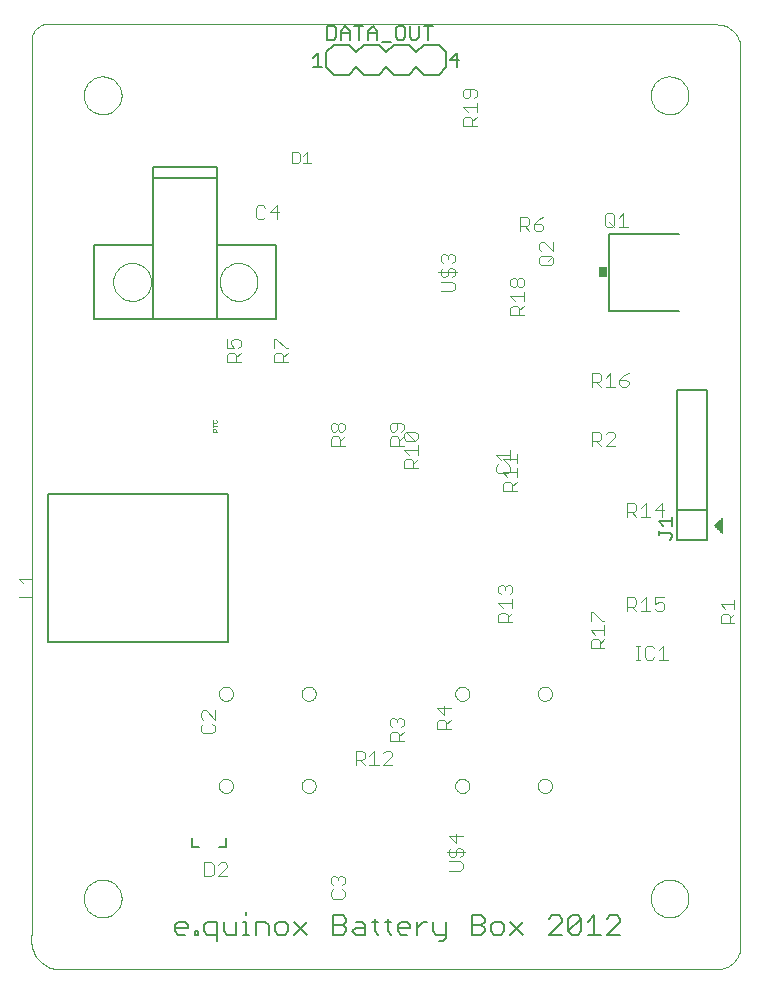
<source format=gto>
G75*
G70*
%OFA0B0*%
%FSLAX24Y24*%
%IPPOS*%
%LPD*%
%AMOC8*
5,1,8,0,0,1.08239X$1,22.5*
%
%ADD10C,0.0060*%
%ADD11C,0.0000*%
%ADD12C,0.0050*%
%ADD13C,0.0025*%
%ADD14C,0.0040*%
%ADD15C,0.0010*%
%ADD16C,0.0030*%
%ADD17C,0.0080*%
%ADD18R,0.0300X0.0340*%
D10*
X020501Y008112D02*
X020501Y008326D01*
X020607Y008432D01*
X020821Y008432D01*
X020928Y008326D01*
X020928Y008219D01*
X020501Y008219D01*
X020501Y008112D02*
X020607Y008005D01*
X020821Y008005D01*
X021145Y008005D02*
X021252Y008005D01*
X021252Y008112D01*
X021145Y008112D01*
X021145Y008005D01*
X021468Y008112D02*
X021468Y008326D01*
X021574Y008432D01*
X021895Y008432D01*
X021895Y007792D01*
X021895Y008005D02*
X021574Y008005D01*
X021468Y008112D01*
X022112Y008112D02*
X022112Y008432D01*
X022112Y008112D02*
X022219Y008005D01*
X022539Y008005D01*
X022539Y008432D01*
X022757Y008432D02*
X022863Y008432D01*
X022863Y008005D01*
X022757Y008005D02*
X022970Y008005D01*
X023186Y008005D02*
X023186Y008432D01*
X023507Y008432D01*
X023613Y008326D01*
X023613Y008005D01*
X023831Y008112D02*
X023831Y008326D01*
X023938Y008432D01*
X024151Y008432D01*
X024258Y008326D01*
X024258Y008112D01*
X024151Y008005D01*
X023938Y008005D01*
X023831Y008112D01*
X024475Y008005D02*
X024902Y008432D01*
X024475Y008432D02*
X024902Y008005D01*
X025765Y008005D02*
X025765Y008646D01*
X026085Y008646D01*
X026192Y008539D01*
X026192Y008432D01*
X026085Y008326D01*
X025765Y008326D01*
X026085Y008326D02*
X026192Y008219D01*
X026192Y008112D01*
X026085Y008005D01*
X025765Y008005D01*
X026409Y008112D02*
X026516Y008219D01*
X026836Y008219D01*
X026836Y008326D02*
X026836Y008005D01*
X026516Y008005D01*
X026409Y008112D01*
X026516Y008432D02*
X026729Y008432D01*
X026836Y008326D01*
X027054Y008432D02*
X027267Y008432D01*
X027160Y008539D02*
X027160Y008112D01*
X027267Y008005D01*
X027590Y008112D02*
X027590Y008539D01*
X027483Y008432D02*
X027697Y008432D01*
X027913Y008326D02*
X028020Y008432D01*
X028233Y008432D01*
X028340Y008326D01*
X028340Y008219D01*
X027913Y008219D01*
X027913Y008112D02*
X027913Y008326D01*
X027913Y008112D02*
X028020Y008005D01*
X028233Y008005D01*
X028558Y008005D02*
X028558Y008432D01*
X028558Y008219D02*
X028771Y008432D01*
X028878Y008432D01*
X029095Y008432D02*
X029095Y008112D01*
X029201Y008005D01*
X029522Y008005D01*
X029522Y007899D02*
X029415Y007792D01*
X029308Y007792D01*
X029522Y007899D02*
X029522Y008432D01*
X030384Y008326D02*
X030704Y008326D01*
X030811Y008219D01*
X030811Y008112D01*
X030704Y008005D01*
X030384Y008005D01*
X030384Y008646D01*
X030704Y008646D01*
X030811Y008539D01*
X030811Y008432D01*
X030704Y008326D01*
X031028Y008326D02*
X031028Y008112D01*
X031135Y008005D01*
X031349Y008005D01*
X031455Y008112D01*
X031455Y008326D01*
X031349Y008432D01*
X031135Y008432D01*
X031028Y008326D01*
X031673Y008432D02*
X032100Y008005D01*
X031673Y008005D02*
X032100Y008432D01*
X032962Y008539D02*
X033069Y008646D01*
X033282Y008646D01*
X033389Y008539D01*
X033389Y008432D01*
X032962Y008005D01*
X033389Y008005D01*
X033607Y008112D02*
X034034Y008539D01*
X034034Y008112D01*
X033927Y008005D01*
X033713Y008005D01*
X033607Y008112D01*
X033607Y008539D01*
X033713Y008646D01*
X033927Y008646D01*
X034034Y008539D01*
X034251Y008432D02*
X034465Y008646D01*
X034465Y008005D01*
X034678Y008005D02*
X034251Y008005D01*
X034896Y008005D02*
X035323Y008432D01*
X035323Y008539D01*
X035216Y008646D01*
X035002Y008646D01*
X034896Y008539D01*
X034896Y008005D02*
X035323Y008005D01*
X027697Y008005D02*
X027590Y008112D01*
X022863Y008646D02*
X022863Y008753D01*
X022184Y010916D02*
X021964Y010916D01*
X022184Y010916D02*
X022184Y011236D01*
X021284Y010916D02*
X021064Y010916D01*
X021064Y011236D01*
X037215Y021141D02*
X037215Y022141D01*
X038215Y022141D01*
X038215Y021141D01*
X037215Y021141D01*
X037215Y022141D02*
X037215Y026141D01*
X038215Y026141D01*
X038215Y022141D01*
X029280Y036660D02*
X028780Y036660D01*
X028530Y036910D01*
X028280Y036660D01*
X027780Y036660D01*
X027530Y036910D01*
X027280Y036660D01*
X026780Y036660D01*
X026530Y036910D01*
X026280Y036660D01*
X025780Y036660D01*
X025530Y036910D01*
X025530Y037410D01*
X025780Y037660D01*
X026280Y037660D01*
X026530Y037410D01*
X026780Y037660D01*
X027280Y037660D01*
X027530Y037410D01*
X027780Y037660D01*
X028280Y037660D01*
X028530Y037410D01*
X028780Y037660D01*
X029280Y037660D01*
X029530Y037410D01*
X029530Y036910D01*
X029280Y036660D01*
D11*
X015719Y037948D02*
X015719Y008027D01*
X016506Y006846D02*
X038553Y006846D01*
X038607Y006848D01*
X038660Y006853D01*
X038713Y006862D01*
X038765Y006875D01*
X038817Y006891D01*
X038867Y006911D01*
X038915Y006934D01*
X038962Y006961D01*
X039007Y006990D01*
X039050Y007023D01*
X039090Y007058D01*
X039128Y007096D01*
X039163Y007136D01*
X039196Y007179D01*
X039225Y007224D01*
X039252Y007271D01*
X039275Y007319D01*
X039295Y007369D01*
X039311Y007421D01*
X039324Y007473D01*
X039333Y007526D01*
X039338Y007579D01*
X039340Y007633D01*
X039341Y007633D02*
X039341Y037554D01*
X039340Y037554D02*
X039338Y037608D01*
X039333Y037661D01*
X039324Y037714D01*
X039311Y037766D01*
X039295Y037818D01*
X039275Y037868D01*
X039252Y037916D01*
X039225Y037963D01*
X039196Y038008D01*
X039163Y038051D01*
X039128Y038091D01*
X039090Y038129D01*
X039050Y038164D01*
X039007Y038197D01*
X038962Y038226D01*
X038915Y038253D01*
X038867Y038276D01*
X038817Y038296D01*
X038765Y038312D01*
X038713Y038325D01*
X038660Y038334D01*
X038607Y038339D01*
X038553Y038341D01*
X038553Y038342D02*
X016506Y038342D01*
X016506Y038341D02*
X016459Y038355D01*
X016411Y038365D01*
X016363Y038371D01*
X016314Y038373D01*
X016265Y038371D01*
X016216Y038366D01*
X016168Y038357D01*
X016121Y038344D01*
X016075Y038327D01*
X016031Y038307D01*
X015988Y038284D01*
X015947Y038257D01*
X015909Y038227D01*
X015873Y038194D01*
X015839Y038159D01*
X015809Y038120D01*
X015781Y038080D01*
X015757Y038038D01*
X015736Y037993D01*
X015719Y037948D01*
X017451Y035979D02*
X017453Y036029D01*
X017459Y036079D01*
X017469Y036128D01*
X017483Y036176D01*
X017500Y036223D01*
X017521Y036268D01*
X017546Y036312D01*
X017574Y036353D01*
X017606Y036392D01*
X017640Y036429D01*
X017677Y036463D01*
X017717Y036493D01*
X017759Y036520D01*
X017803Y036544D01*
X017849Y036565D01*
X017896Y036581D01*
X017944Y036594D01*
X017994Y036603D01*
X018043Y036608D01*
X018094Y036609D01*
X018144Y036606D01*
X018193Y036599D01*
X018242Y036588D01*
X018290Y036573D01*
X018336Y036555D01*
X018381Y036533D01*
X018424Y036507D01*
X018465Y036478D01*
X018504Y036446D01*
X018540Y036411D01*
X018572Y036373D01*
X018602Y036333D01*
X018629Y036290D01*
X018652Y036246D01*
X018671Y036200D01*
X018687Y036152D01*
X018699Y036103D01*
X018707Y036054D01*
X018711Y036004D01*
X018711Y035954D01*
X018707Y035904D01*
X018699Y035855D01*
X018687Y035806D01*
X018671Y035758D01*
X018652Y035712D01*
X018629Y035668D01*
X018602Y035625D01*
X018572Y035585D01*
X018540Y035547D01*
X018504Y035512D01*
X018465Y035480D01*
X018424Y035451D01*
X018381Y035425D01*
X018336Y035403D01*
X018290Y035385D01*
X018242Y035370D01*
X018193Y035359D01*
X018144Y035352D01*
X018094Y035349D01*
X018043Y035350D01*
X017994Y035355D01*
X017944Y035364D01*
X017896Y035377D01*
X017849Y035393D01*
X017803Y035414D01*
X017759Y035438D01*
X017717Y035465D01*
X017677Y035495D01*
X017640Y035529D01*
X017606Y035566D01*
X017574Y035605D01*
X017546Y035646D01*
X017521Y035690D01*
X017500Y035735D01*
X017483Y035782D01*
X017469Y035830D01*
X017459Y035879D01*
X017453Y035929D01*
X017451Y035979D01*
X018435Y029759D02*
X018437Y029809D01*
X018443Y029859D01*
X018453Y029908D01*
X018467Y029956D01*
X018484Y030003D01*
X018505Y030048D01*
X018530Y030092D01*
X018558Y030133D01*
X018590Y030172D01*
X018624Y030209D01*
X018661Y030243D01*
X018701Y030273D01*
X018743Y030300D01*
X018787Y030324D01*
X018833Y030345D01*
X018880Y030361D01*
X018928Y030374D01*
X018978Y030383D01*
X019027Y030388D01*
X019078Y030389D01*
X019128Y030386D01*
X019177Y030379D01*
X019226Y030368D01*
X019274Y030353D01*
X019320Y030335D01*
X019365Y030313D01*
X019408Y030287D01*
X019449Y030258D01*
X019488Y030226D01*
X019524Y030191D01*
X019556Y030153D01*
X019586Y030113D01*
X019613Y030070D01*
X019636Y030026D01*
X019655Y029980D01*
X019671Y029932D01*
X019683Y029883D01*
X019691Y029834D01*
X019695Y029784D01*
X019695Y029734D01*
X019691Y029684D01*
X019683Y029635D01*
X019671Y029586D01*
X019655Y029538D01*
X019636Y029492D01*
X019613Y029448D01*
X019586Y029405D01*
X019556Y029365D01*
X019524Y029327D01*
X019488Y029292D01*
X019449Y029260D01*
X019408Y029231D01*
X019365Y029205D01*
X019320Y029183D01*
X019274Y029165D01*
X019226Y029150D01*
X019177Y029139D01*
X019128Y029132D01*
X019078Y029129D01*
X019027Y029130D01*
X018978Y029135D01*
X018928Y029144D01*
X018880Y029157D01*
X018833Y029173D01*
X018787Y029194D01*
X018743Y029218D01*
X018701Y029245D01*
X018661Y029275D01*
X018624Y029309D01*
X018590Y029346D01*
X018558Y029385D01*
X018530Y029426D01*
X018505Y029470D01*
X018484Y029515D01*
X018467Y029562D01*
X018453Y029610D01*
X018443Y029659D01*
X018437Y029709D01*
X018435Y029759D01*
X021979Y029759D02*
X021981Y029809D01*
X021987Y029859D01*
X021997Y029908D01*
X022011Y029956D01*
X022028Y030003D01*
X022049Y030048D01*
X022074Y030092D01*
X022102Y030133D01*
X022134Y030172D01*
X022168Y030209D01*
X022205Y030243D01*
X022245Y030273D01*
X022287Y030300D01*
X022331Y030324D01*
X022377Y030345D01*
X022424Y030361D01*
X022472Y030374D01*
X022522Y030383D01*
X022571Y030388D01*
X022622Y030389D01*
X022672Y030386D01*
X022721Y030379D01*
X022770Y030368D01*
X022818Y030353D01*
X022864Y030335D01*
X022909Y030313D01*
X022952Y030287D01*
X022993Y030258D01*
X023032Y030226D01*
X023068Y030191D01*
X023100Y030153D01*
X023130Y030113D01*
X023157Y030070D01*
X023180Y030026D01*
X023199Y029980D01*
X023215Y029932D01*
X023227Y029883D01*
X023235Y029834D01*
X023239Y029784D01*
X023239Y029734D01*
X023235Y029684D01*
X023227Y029635D01*
X023215Y029586D01*
X023199Y029538D01*
X023180Y029492D01*
X023157Y029448D01*
X023130Y029405D01*
X023100Y029365D01*
X023068Y029327D01*
X023032Y029292D01*
X022993Y029260D01*
X022952Y029231D01*
X022909Y029205D01*
X022864Y029183D01*
X022818Y029165D01*
X022770Y029150D01*
X022721Y029139D01*
X022672Y029132D01*
X022622Y029129D01*
X022571Y029130D01*
X022522Y029135D01*
X022472Y029144D01*
X022424Y029157D01*
X022377Y029173D01*
X022331Y029194D01*
X022287Y029218D01*
X022245Y029245D01*
X022205Y029275D01*
X022168Y029309D01*
X022134Y029346D01*
X022102Y029385D01*
X022074Y029426D01*
X022049Y029470D01*
X022028Y029515D01*
X022011Y029562D01*
X021997Y029610D01*
X021987Y029659D01*
X021981Y029709D01*
X021979Y029759D01*
X021957Y016031D02*
X021959Y016061D01*
X021965Y016091D01*
X021974Y016120D01*
X021987Y016147D01*
X022004Y016172D01*
X022023Y016195D01*
X022046Y016216D01*
X022071Y016233D01*
X022097Y016247D01*
X022126Y016257D01*
X022155Y016264D01*
X022185Y016267D01*
X022216Y016266D01*
X022246Y016261D01*
X022275Y016252D01*
X022302Y016240D01*
X022328Y016225D01*
X022352Y016206D01*
X022373Y016184D01*
X022391Y016160D01*
X022406Y016133D01*
X022417Y016105D01*
X022425Y016076D01*
X022429Y016046D01*
X022429Y016016D01*
X022425Y015986D01*
X022417Y015957D01*
X022406Y015929D01*
X022391Y015902D01*
X022373Y015878D01*
X022352Y015856D01*
X022328Y015837D01*
X022302Y015822D01*
X022275Y015810D01*
X022246Y015801D01*
X022216Y015796D01*
X022185Y015795D01*
X022155Y015798D01*
X022126Y015805D01*
X022097Y015815D01*
X022071Y015829D01*
X022046Y015846D01*
X022023Y015867D01*
X022004Y015890D01*
X021987Y015915D01*
X021974Y015942D01*
X021965Y015971D01*
X021959Y016001D01*
X021957Y016031D01*
X024713Y016031D02*
X024715Y016061D01*
X024721Y016091D01*
X024730Y016120D01*
X024743Y016147D01*
X024760Y016172D01*
X024779Y016195D01*
X024802Y016216D01*
X024827Y016233D01*
X024853Y016247D01*
X024882Y016257D01*
X024911Y016264D01*
X024941Y016267D01*
X024972Y016266D01*
X025002Y016261D01*
X025031Y016252D01*
X025058Y016240D01*
X025084Y016225D01*
X025108Y016206D01*
X025129Y016184D01*
X025147Y016160D01*
X025162Y016133D01*
X025173Y016105D01*
X025181Y016076D01*
X025185Y016046D01*
X025185Y016016D01*
X025181Y015986D01*
X025173Y015957D01*
X025162Y015929D01*
X025147Y015902D01*
X025129Y015878D01*
X025108Y015856D01*
X025084Y015837D01*
X025058Y015822D01*
X025031Y015810D01*
X025002Y015801D01*
X024972Y015796D01*
X024941Y015795D01*
X024911Y015798D01*
X024882Y015805D01*
X024853Y015815D01*
X024827Y015829D01*
X024802Y015846D01*
X024779Y015867D01*
X024760Y015890D01*
X024743Y015915D01*
X024730Y015942D01*
X024721Y015971D01*
X024715Y016001D01*
X024713Y016031D01*
X024713Y012960D02*
X024715Y012990D01*
X024721Y013020D01*
X024730Y013049D01*
X024743Y013076D01*
X024760Y013101D01*
X024779Y013124D01*
X024802Y013145D01*
X024827Y013162D01*
X024853Y013176D01*
X024882Y013186D01*
X024911Y013193D01*
X024941Y013196D01*
X024972Y013195D01*
X025002Y013190D01*
X025031Y013181D01*
X025058Y013169D01*
X025084Y013154D01*
X025108Y013135D01*
X025129Y013113D01*
X025147Y013089D01*
X025162Y013062D01*
X025173Y013034D01*
X025181Y013005D01*
X025185Y012975D01*
X025185Y012945D01*
X025181Y012915D01*
X025173Y012886D01*
X025162Y012858D01*
X025147Y012831D01*
X025129Y012807D01*
X025108Y012785D01*
X025084Y012766D01*
X025058Y012751D01*
X025031Y012739D01*
X025002Y012730D01*
X024972Y012725D01*
X024941Y012724D01*
X024911Y012727D01*
X024882Y012734D01*
X024853Y012744D01*
X024827Y012758D01*
X024802Y012775D01*
X024779Y012796D01*
X024760Y012819D01*
X024743Y012844D01*
X024730Y012871D01*
X024721Y012900D01*
X024715Y012930D01*
X024713Y012960D01*
X021957Y012960D02*
X021959Y012990D01*
X021965Y013020D01*
X021974Y013049D01*
X021987Y013076D01*
X022004Y013101D01*
X022023Y013124D01*
X022046Y013145D01*
X022071Y013162D01*
X022097Y013176D01*
X022126Y013186D01*
X022155Y013193D01*
X022185Y013196D01*
X022216Y013195D01*
X022246Y013190D01*
X022275Y013181D01*
X022302Y013169D01*
X022328Y013154D01*
X022352Y013135D01*
X022373Y013113D01*
X022391Y013089D01*
X022406Y013062D01*
X022417Y013034D01*
X022425Y013005D01*
X022429Y012975D01*
X022429Y012945D01*
X022425Y012915D01*
X022417Y012886D01*
X022406Y012858D01*
X022391Y012831D01*
X022373Y012807D01*
X022352Y012785D01*
X022328Y012766D01*
X022302Y012751D01*
X022275Y012739D01*
X022246Y012730D01*
X022216Y012725D01*
X022185Y012724D01*
X022155Y012727D01*
X022126Y012734D01*
X022097Y012744D01*
X022071Y012758D01*
X022046Y012775D01*
X022023Y012796D01*
X022004Y012819D01*
X021987Y012844D01*
X021974Y012871D01*
X021965Y012900D01*
X021959Y012930D01*
X021957Y012960D01*
X017451Y009208D02*
X017453Y009258D01*
X017459Y009308D01*
X017469Y009357D01*
X017483Y009405D01*
X017500Y009452D01*
X017521Y009497D01*
X017546Y009541D01*
X017574Y009582D01*
X017606Y009621D01*
X017640Y009658D01*
X017677Y009692D01*
X017717Y009722D01*
X017759Y009749D01*
X017803Y009773D01*
X017849Y009794D01*
X017896Y009810D01*
X017944Y009823D01*
X017994Y009832D01*
X018043Y009837D01*
X018094Y009838D01*
X018144Y009835D01*
X018193Y009828D01*
X018242Y009817D01*
X018290Y009802D01*
X018336Y009784D01*
X018381Y009762D01*
X018424Y009736D01*
X018465Y009707D01*
X018504Y009675D01*
X018540Y009640D01*
X018572Y009602D01*
X018602Y009562D01*
X018629Y009519D01*
X018652Y009475D01*
X018671Y009429D01*
X018687Y009381D01*
X018699Y009332D01*
X018707Y009283D01*
X018711Y009233D01*
X018711Y009183D01*
X018707Y009133D01*
X018699Y009084D01*
X018687Y009035D01*
X018671Y008987D01*
X018652Y008941D01*
X018629Y008897D01*
X018602Y008854D01*
X018572Y008814D01*
X018540Y008776D01*
X018504Y008741D01*
X018465Y008709D01*
X018424Y008680D01*
X018381Y008654D01*
X018336Y008632D01*
X018290Y008614D01*
X018242Y008599D01*
X018193Y008588D01*
X018144Y008581D01*
X018094Y008578D01*
X018043Y008579D01*
X017994Y008584D01*
X017944Y008593D01*
X017896Y008606D01*
X017849Y008622D01*
X017803Y008643D01*
X017759Y008667D01*
X017717Y008694D01*
X017677Y008724D01*
X017640Y008758D01*
X017606Y008795D01*
X017574Y008834D01*
X017546Y008875D01*
X017521Y008919D01*
X017500Y008964D01*
X017483Y009011D01*
X017469Y009059D01*
X017459Y009108D01*
X017453Y009158D01*
X017451Y009208D01*
X015718Y008027D02*
X015708Y007967D01*
X015702Y007907D01*
X015699Y007846D01*
X015700Y007786D01*
X015704Y007725D01*
X015713Y007665D01*
X015724Y007606D01*
X015740Y007547D01*
X015759Y007489D01*
X015781Y007433D01*
X015807Y007378D01*
X015836Y007325D01*
X015868Y007273D01*
X015903Y007224D01*
X015941Y007176D01*
X015982Y007132D01*
X016025Y007089D01*
X016071Y007050D01*
X016119Y007013D01*
X016170Y006979D01*
X016222Y006949D01*
X016276Y006921D01*
X016332Y006897D01*
X016389Y006876D01*
X016447Y006859D01*
X016506Y006845D01*
X029831Y012960D02*
X029833Y012990D01*
X029839Y013020D01*
X029848Y013049D01*
X029861Y013076D01*
X029878Y013101D01*
X029897Y013124D01*
X029920Y013145D01*
X029945Y013162D01*
X029971Y013176D01*
X030000Y013186D01*
X030029Y013193D01*
X030059Y013196D01*
X030090Y013195D01*
X030120Y013190D01*
X030149Y013181D01*
X030176Y013169D01*
X030202Y013154D01*
X030226Y013135D01*
X030247Y013113D01*
X030265Y013089D01*
X030280Y013062D01*
X030291Y013034D01*
X030299Y013005D01*
X030303Y012975D01*
X030303Y012945D01*
X030299Y012915D01*
X030291Y012886D01*
X030280Y012858D01*
X030265Y012831D01*
X030247Y012807D01*
X030226Y012785D01*
X030202Y012766D01*
X030176Y012751D01*
X030149Y012739D01*
X030120Y012730D01*
X030090Y012725D01*
X030059Y012724D01*
X030029Y012727D01*
X030000Y012734D01*
X029971Y012744D01*
X029945Y012758D01*
X029920Y012775D01*
X029897Y012796D01*
X029878Y012819D01*
X029861Y012844D01*
X029848Y012871D01*
X029839Y012900D01*
X029833Y012930D01*
X029831Y012960D01*
X032587Y012960D02*
X032589Y012990D01*
X032595Y013020D01*
X032604Y013049D01*
X032617Y013076D01*
X032634Y013101D01*
X032653Y013124D01*
X032676Y013145D01*
X032701Y013162D01*
X032727Y013176D01*
X032756Y013186D01*
X032785Y013193D01*
X032815Y013196D01*
X032846Y013195D01*
X032876Y013190D01*
X032905Y013181D01*
X032932Y013169D01*
X032958Y013154D01*
X032982Y013135D01*
X033003Y013113D01*
X033021Y013089D01*
X033036Y013062D01*
X033047Y013034D01*
X033055Y013005D01*
X033059Y012975D01*
X033059Y012945D01*
X033055Y012915D01*
X033047Y012886D01*
X033036Y012858D01*
X033021Y012831D01*
X033003Y012807D01*
X032982Y012785D01*
X032958Y012766D01*
X032932Y012751D01*
X032905Y012739D01*
X032876Y012730D01*
X032846Y012725D01*
X032815Y012724D01*
X032785Y012727D01*
X032756Y012734D01*
X032727Y012744D01*
X032701Y012758D01*
X032676Y012775D01*
X032653Y012796D01*
X032634Y012819D01*
X032617Y012844D01*
X032604Y012871D01*
X032595Y012900D01*
X032589Y012930D01*
X032587Y012960D01*
X032587Y016031D02*
X032589Y016061D01*
X032595Y016091D01*
X032604Y016120D01*
X032617Y016147D01*
X032634Y016172D01*
X032653Y016195D01*
X032676Y016216D01*
X032701Y016233D01*
X032727Y016247D01*
X032756Y016257D01*
X032785Y016264D01*
X032815Y016267D01*
X032846Y016266D01*
X032876Y016261D01*
X032905Y016252D01*
X032932Y016240D01*
X032958Y016225D01*
X032982Y016206D01*
X033003Y016184D01*
X033021Y016160D01*
X033036Y016133D01*
X033047Y016105D01*
X033055Y016076D01*
X033059Y016046D01*
X033059Y016016D01*
X033055Y015986D01*
X033047Y015957D01*
X033036Y015929D01*
X033021Y015902D01*
X033003Y015878D01*
X032982Y015856D01*
X032958Y015837D01*
X032932Y015822D01*
X032905Y015810D01*
X032876Y015801D01*
X032846Y015796D01*
X032815Y015795D01*
X032785Y015798D01*
X032756Y015805D01*
X032727Y015815D01*
X032701Y015829D01*
X032676Y015846D01*
X032653Y015867D01*
X032634Y015890D01*
X032617Y015915D01*
X032604Y015942D01*
X032595Y015971D01*
X032589Y016001D01*
X032587Y016031D01*
X029831Y016031D02*
X029833Y016061D01*
X029839Y016091D01*
X029848Y016120D01*
X029861Y016147D01*
X029878Y016172D01*
X029897Y016195D01*
X029920Y016216D01*
X029945Y016233D01*
X029971Y016247D01*
X030000Y016257D01*
X030029Y016264D01*
X030059Y016267D01*
X030090Y016266D01*
X030120Y016261D01*
X030149Y016252D01*
X030176Y016240D01*
X030202Y016225D01*
X030226Y016206D01*
X030247Y016184D01*
X030265Y016160D01*
X030280Y016133D01*
X030291Y016105D01*
X030299Y016076D01*
X030303Y016046D01*
X030303Y016016D01*
X030299Y015986D01*
X030291Y015957D01*
X030280Y015929D01*
X030265Y015902D01*
X030247Y015878D01*
X030226Y015856D01*
X030202Y015837D01*
X030176Y015822D01*
X030149Y015810D01*
X030120Y015801D01*
X030090Y015796D01*
X030059Y015795D01*
X030029Y015798D01*
X030000Y015805D01*
X029971Y015815D01*
X029945Y015829D01*
X029920Y015846D01*
X029897Y015867D01*
X029878Y015890D01*
X029861Y015915D01*
X029848Y015942D01*
X029839Y015971D01*
X029833Y016001D01*
X029831Y016031D01*
X036349Y009208D02*
X036351Y009258D01*
X036357Y009308D01*
X036367Y009357D01*
X036381Y009405D01*
X036398Y009452D01*
X036419Y009497D01*
X036444Y009541D01*
X036472Y009582D01*
X036504Y009621D01*
X036538Y009658D01*
X036575Y009692D01*
X036615Y009722D01*
X036657Y009749D01*
X036701Y009773D01*
X036747Y009794D01*
X036794Y009810D01*
X036842Y009823D01*
X036892Y009832D01*
X036941Y009837D01*
X036992Y009838D01*
X037042Y009835D01*
X037091Y009828D01*
X037140Y009817D01*
X037188Y009802D01*
X037234Y009784D01*
X037279Y009762D01*
X037322Y009736D01*
X037363Y009707D01*
X037402Y009675D01*
X037438Y009640D01*
X037470Y009602D01*
X037500Y009562D01*
X037527Y009519D01*
X037550Y009475D01*
X037569Y009429D01*
X037585Y009381D01*
X037597Y009332D01*
X037605Y009283D01*
X037609Y009233D01*
X037609Y009183D01*
X037605Y009133D01*
X037597Y009084D01*
X037585Y009035D01*
X037569Y008987D01*
X037550Y008941D01*
X037527Y008897D01*
X037500Y008854D01*
X037470Y008814D01*
X037438Y008776D01*
X037402Y008741D01*
X037363Y008709D01*
X037322Y008680D01*
X037279Y008654D01*
X037234Y008632D01*
X037188Y008614D01*
X037140Y008599D01*
X037091Y008588D01*
X037042Y008581D01*
X036992Y008578D01*
X036941Y008579D01*
X036892Y008584D01*
X036842Y008593D01*
X036794Y008606D01*
X036747Y008622D01*
X036701Y008643D01*
X036657Y008667D01*
X036615Y008694D01*
X036575Y008724D01*
X036538Y008758D01*
X036504Y008795D01*
X036472Y008834D01*
X036444Y008875D01*
X036419Y008919D01*
X036398Y008964D01*
X036381Y009011D01*
X036367Y009059D01*
X036357Y009108D01*
X036351Y009158D01*
X036349Y009208D01*
X036349Y035979D02*
X036351Y036029D01*
X036357Y036079D01*
X036367Y036128D01*
X036381Y036176D01*
X036398Y036223D01*
X036419Y036268D01*
X036444Y036312D01*
X036472Y036353D01*
X036504Y036392D01*
X036538Y036429D01*
X036575Y036463D01*
X036615Y036493D01*
X036657Y036520D01*
X036701Y036544D01*
X036747Y036565D01*
X036794Y036581D01*
X036842Y036594D01*
X036892Y036603D01*
X036941Y036608D01*
X036992Y036609D01*
X037042Y036606D01*
X037091Y036599D01*
X037140Y036588D01*
X037188Y036573D01*
X037234Y036555D01*
X037279Y036533D01*
X037322Y036507D01*
X037363Y036478D01*
X037402Y036446D01*
X037438Y036411D01*
X037470Y036373D01*
X037500Y036333D01*
X037527Y036290D01*
X037550Y036246D01*
X037569Y036200D01*
X037585Y036152D01*
X037597Y036103D01*
X037605Y036054D01*
X037609Y036004D01*
X037609Y035954D01*
X037605Y035904D01*
X037597Y035855D01*
X037585Y035806D01*
X037569Y035758D01*
X037550Y035712D01*
X037527Y035668D01*
X037500Y035625D01*
X037470Y035585D01*
X037438Y035547D01*
X037402Y035512D01*
X037363Y035480D01*
X037322Y035451D01*
X037279Y035425D01*
X037234Y035403D01*
X037188Y035385D01*
X037140Y035370D01*
X037091Y035359D01*
X037042Y035352D01*
X036992Y035349D01*
X036941Y035350D01*
X036892Y035355D01*
X036842Y035364D01*
X036794Y035377D01*
X036747Y035393D01*
X036701Y035414D01*
X036657Y035438D01*
X036615Y035465D01*
X036575Y035495D01*
X036538Y035529D01*
X036504Y035566D01*
X036472Y035605D01*
X036444Y035646D01*
X036419Y035690D01*
X036398Y035735D01*
X036381Y035782D01*
X036367Y035830D01*
X036357Y035879D01*
X036351Y035929D01*
X036349Y035979D01*
D12*
X029955Y037161D02*
X029655Y037161D01*
X029880Y037386D01*
X029880Y036935D01*
X028928Y037835D02*
X028928Y038286D01*
X028778Y038286D02*
X029078Y038286D01*
X028617Y038286D02*
X028617Y037911D01*
X028542Y037835D01*
X028392Y037835D01*
X028317Y037911D01*
X028317Y038286D01*
X028157Y038211D02*
X028082Y038286D01*
X027932Y038286D01*
X027857Y038211D01*
X027857Y037911D01*
X027932Y037835D01*
X028082Y037835D01*
X028157Y037911D01*
X028157Y038211D01*
X027697Y037760D02*
X027396Y037760D01*
X027236Y037835D02*
X027236Y038136D01*
X027086Y038286D01*
X026936Y038136D01*
X026936Y037835D01*
X026936Y038061D02*
X027236Y038061D01*
X026776Y038286D02*
X026476Y038286D01*
X026626Y038286D02*
X026626Y037835D01*
X026315Y037835D02*
X026315Y038136D01*
X026165Y038286D01*
X026015Y038136D01*
X026015Y037835D01*
X025855Y037911D02*
X025855Y038211D01*
X025780Y038286D01*
X025555Y038286D01*
X025555Y037835D01*
X025780Y037835D01*
X025855Y037911D01*
X026015Y038061D02*
X026315Y038061D01*
X025405Y036935D02*
X025105Y036935D01*
X025255Y036935D02*
X025255Y037386D01*
X025105Y037236D01*
X021900Y033578D02*
X019774Y033578D01*
X019774Y033223D01*
X021900Y033223D01*
X021900Y033578D01*
X021900Y033223D02*
X021900Y030979D01*
X023868Y030979D01*
X023868Y028538D01*
X021900Y028538D01*
X021900Y030979D01*
X019774Y030979D02*
X019774Y028538D01*
X017805Y028538D01*
X017805Y030979D01*
X019774Y030979D01*
X019774Y033223D01*
X019774Y028538D02*
X021900Y028538D01*
X022254Y022692D02*
X016270Y022692D01*
X016270Y017771D01*
X022254Y017771D01*
X022254Y022692D01*
X036614Y021776D02*
X037065Y021776D01*
X037065Y021626D02*
X037065Y021926D01*
X036765Y021626D02*
X036614Y021776D01*
X036614Y021466D02*
X036614Y021316D01*
X036614Y021391D02*
X036990Y021391D01*
X037065Y021316D01*
X037065Y021241D01*
X036990Y021166D01*
D13*
X038465Y021641D02*
X038715Y021891D01*
X038715Y021391D01*
X038465Y021641D01*
X038473Y021649D02*
X038715Y021649D01*
X038715Y021626D02*
X038480Y021626D01*
X038503Y021602D02*
X038715Y021602D01*
X038715Y021579D02*
X038527Y021579D01*
X038550Y021556D02*
X038715Y021556D01*
X038715Y021532D02*
X038574Y021532D01*
X038597Y021509D02*
X038715Y021509D01*
X038715Y021485D02*
X038621Y021485D01*
X038644Y021462D02*
X038715Y021462D01*
X038715Y021438D02*
X038667Y021438D01*
X038691Y021415D02*
X038715Y021415D01*
X038714Y021391D02*
X038715Y021391D01*
X038715Y021673D02*
X038497Y021673D01*
X038520Y021696D02*
X038715Y021696D01*
X038715Y021720D02*
X038544Y021720D01*
X038567Y021743D02*
X038715Y021743D01*
X038715Y021767D02*
X038591Y021767D01*
X038614Y021790D02*
X038715Y021790D01*
X038715Y021814D02*
X038638Y021814D01*
X038661Y021837D02*
X038715Y021837D01*
X038715Y021860D02*
X038685Y021860D01*
X038708Y021884D02*
X038715Y021884D01*
D14*
X036795Y022163D02*
X036488Y022163D01*
X036718Y022393D01*
X036718Y021932D01*
X036335Y021932D02*
X036028Y021932D01*
X036181Y021932D02*
X036181Y022393D01*
X036028Y022239D01*
X035874Y022163D02*
X035798Y022086D01*
X035568Y022086D01*
X035721Y022086D02*
X035874Y021932D01*
X035874Y022163D02*
X035874Y022316D01*
X035798Y022393D01*
X035568Y022393D01*
X035568Y021932D01*
X035154Y024295D02*
X034847Y024295D01*
X035154Y024602D01*
X035154Y024678D01*
X035077Y024755D01*
X034924Y024755D01*
X034847Y024678D01*
X034693Y024678D02*
X034693Y024525D01*
X034617Y024448D01*
X034386Y024448D01*
X034386Y024295D02*
X034386Y024755D01*
X034617Y024755D01*
X034693Y024678D01*
X034540Y024448D02*
X034693Y024295D01*
X034693Y026263D02*
X034540Y026417D01*
X034617Y026417D02*
X034386Y026417D01*
X034386Y026263D02*
X034386Y026724D01*
X034617Y026724D01*
X034693Y026647D01*
X034693Y026493D01*
X034617Y026417D01*
X034847Y026570D02*
X035000Y026724D01*
X035000Y026263D01*
X034847Y026263D02*
X035154Y026263D01*
X035307Y026340D02*
X035384Y026263D01*
X035537Y026263D01*
X035614Y026340D01*
X035614Y026417D01*
X035537Y026493D01*
X035307Y026493D01*
X035307Y026340D01*
X035307Y026493D02*
X035461Y026647D01*
X035614Y026724D01*
X032128Y028663D02*
X031668Y028663D01*
X031668Y028893D01*
X031744Y028970D01*
X031898Y028970D01*
X031974Y028893D01*
X031974Y028663D01*
X031974Y028816D02*
X032128Y028970D01*
X032128Y029123D02*
X032128Y029430D01*
X032128Y029277D02*
X031668Y029277D01*
X031821Y029123D01*
X031821Y029584D02*
X031744Y029584D01*
X031668Y029660D01*
X031668Y029814D01*
X031744Y029890D01*
X031821Y029890D01*
X031898Y029814D01*
X031898Y029660D01*
X031821Y029584D01*
X031898Y029660D02*
X031974Y029584D01*
X032051Y029584D01*
X032128Y029660D01*
X032128Y029814D01*
X032051Y029890D01*
X031974Y029890D01*
X031898Y029814D01*
X032630Y030394D02*
X032630Y030547D01*
X032707Y030624D01*
X033014Y030624D01*
X033090Y030547D01*
X033090Y030394D01*
X033014Y030317D01*
X032707Y030317D01*
X032630Y030394D01*
X032937Y030470D02*
X033090Y030624D01*
X033090Y030777D02*
X032784Y031084D01*
X032707Y031084D01*
X032630Y031007D01*
X032630Y030854D01*
X032707Y030777D01*
X033090Y030777D02*
X033090Y031084D01*
X032688Y031456D02*
X032764Y031533D01*
X032764Y031610D01*
X032688Y031686D01*
X032458Y031686D01*
X032458Y031533D01*
X032534Y031456D01*
X032688Y031456D01*
X032458Y031686D02*
X032611Y031840D01*
X032764Y031916D01*
X032304Y031840D02*
X032304Y031686D01*
X032227Y031610D01*
X031997Y031610D01*
X032151Y031610D02*
X032304Y031456D01*
X031997Y031456D02*
X031997Y031916D01*
X032227Y031916D01*
X032304Y031840D01*
X029810Y030614D02*
X029810Y030460D01*
X029733Y030383D01*
X029733Y030230D02*
X029656Y030230D01*
X029580Y030153D01*
X029580Y030000D01*
X029503Y029923D01*
X029426Y029923D01*
X029349Y030000D01*
X029349Y030153D01*
X029426Y030230D01*
X029426Y030383D02*
X029349Y030460D01*
X029349Y030614D01*
X029426Y030690D01*
X029503Y030690D01*
X029580Y030614D01*
X029656Y030690D01*
X029733Y030690D01*
X029810Y030614D01*
X029580Y030614D02*
X029580Y030537D01*
X029733Y030230D02*
X029810Y030153D01*
X029810Y030000D01*
X029733Y029923D01*
X029733Y029770D02*
X029349Y029770D01*
X029349Y029463D02*
X029733Y029463D01*
X029810Y029539D01*
X029810Y029693D01*
X029733Y029770D01*
X029887Y030077D02*
X029273Y030077D01*
X028039Y025072D02*
X027732Y025072D01*
X027656Y024996D01*
X027656Y024842D01*
X027732Y024765D01*
X027809Y024765D01*
X027886Y024842D01*
X027886Y025072D01*
X028039Y025072D02*
X028116Y024996D01*
X028116Y024842D01*
X028039Y024765D01*
X028124Y024696D02*
X028201Y024772D01*
X028508Y024465D01*
X028585Y024542D01*
X028585Y024696D01*
X028508Y024772D01*
X028201Y024772D01*
X028124Y024696D02*
X028124Y024542D01*
X028201Y024465D01*
X028508Y024465D01*
X028585Y024312D02*
X028585Y024005D01*
X028585Y023852D02*
X028431Y023698D01*
X028431Y023775D02*
X028431Y023545D01*
X028585Y023545D02*
X028124Y023545D01*
X028124Y023775D01*
X028201Y023852D01*
X028354Y023852D01*
X028431Y023775D01*
X028278Y024005D02*
X028124Y024159D01*
X028585Y024159D01*
X028116Y024305D02*
X027656Y024305D01*
X027656Y024535D01*
X027732Y024612D01*
X027886Y024612D01*
X027963Y024535D01*
X027963Y024305D01*
X027963Y024458D02*
X028116Y024612D01*
X026148Y024612D02*
X025994Y024458D01*
X025994Y024535D02*
X025994Y024305D01*
X026148Y024305D02*
X025687Y024305D01*
X025687Y024535D01*
X025764Y024612D01*
X025917Y024612D01*
X025994Y024535D01*
X025994Y024765D02*
X025917Y024842D01*
X025917Y024996D01*
X025994Y025072D01*
X026071Y025072D01*
X026148Y024996D01*
X026148Y024842D01*
X026071Y024765D01*
X025994Y024765D01*
X025917Y024842D02*
X025841Y024765D01*
X025764Y024765D01*
X025687Y024842D01*
X025687Y024996D01*
X025764Y025072D01*
X025841Y025072D01*
X025917Y024996D01*
X024254Y027088D02*
X023793Y027088D01*
X023793Y027318D01*
X023870Y027395D01*
X024024Y027395D01*
X024100Y027318D01*
X024100Y027088D01*
X024100Y027241D02*
X024254Y027395D01*
X024254Y027548D02*
X024177Y027548D01*
X023870Y027855D01*
X023793Y027855D01*
X023793Y027548D01*
X022679Y027625D02*
X022602Y027548D01*
X022679Y027625D02*
X022679Y027779D01*
X022602Y027855D01*
X022449Y027855D01*
X022372Y027779D01*
X022372Y027702D01*
X022449Y027548D01*
X022219Y027548D01*
X022219Y027855D01*
X022295Y027395D02*
X022449Y027395D01*
X022526Y027318D01*
X022526Y027088D01*
X022679Y027088D02*
X022219Y027088D01*
X022219Y027318D01*
X022295Y027395D01*
X022526Y027241D02*
X022679Y027395D01*
X023269Y031850D02*
X023192Y031927D01*
X023192Y032233D01*
X023269Y032310D01*
X023422Y032310D01*
X023499Y032233D01*
X023652Y032080D02*
X023959Y032080D01*
X023883Y032310D02*
X023652Y032080D01*
X023499Y031927D02*
X023422Y031850D01*
X023269Y031850D01*
X023883Y031850D02*
X023883Y032310D01*
X030093Y034962D02*
X030093Y035192D01*
X030169Y035269D01*
X030323Y035269D01*
X030400Y035192D01*
X030400Y034962D01*
X030553Y034962D02*
X030093Y034962D01*
X030400Y035115D02*
X030553Y035269D01*
X030553Y035422D02*
X030553Y035729D01*
X030553Y035576D02*
X030093Y035576D01*
X030246Y035422D01*
X030246Y035883D02*
X030169Y035883D01*
X030093Y035960D01*
X030093Y036113D01*
X030169Y036190D01*
X030476Y036190D01*
X030553Y036113D01*
X030553Y035960D01*
X030476Y035883D01*
X030323Y035960D02*
X030323Y036190D01*
X030323Y035960D02*
X030246Y035883D01*
X034818Y031978D02*
X034894Y032054D01*
X035048Y032054D01*
X035124Y031978D01*
X035124Y031671D01*
X035048Y031594D01*
X034894Y031594D01*
X034818Y031671D01*
X034818Y031978D01*
X034971Y031747D02*
X035124Y031594D01*
X035278Y031594D02*
X035585Y031594D01*
X035431Y031594D02*
X035431Y032054D01*
X035278Y031901D01*
X031659Y024141D02*
X031659Y023834D01*
X031571Y023715D02*
X031418Y023869D01*
X031878Y023869D01*
X031878Y024022D02*
X031878Y023715D01*
X031878Y023562D02*
X031878Y023255D01*
X031878Y023102D02*
X031724Y022948D01*
X031724Y023025D02*
X031724Y022795D01*
X031878Y022795D02*
X031418Y022795D01*
X031418Y023025D01*
X031494Y023102D01*
X031648Y023102D01*
X031724Y023025D01*
X031571Y023255D02*
X031418Y023409D01*
X031878Y023409D01*
X031659Y023451D02*
X031659Y023604D01*
X031583Y023681D01*
X031659Y023451D02*
X031583Y023374D01*
X031276Y023374D01*
X031199Y023451D01*
X031199Y023604D01*
X031276Y023681D01*
X031352Y023834D02*
X031199Y023988D01*
X031659Y023988D01*
X031657Y019654D02*
X031734Y019578D01*
X031734Y019424D01*
X031657Y019347D01*
X031734Y019194D02*
X031734Y018887D01*
X031734Y019040D02*
X031274Y019040D01*
X031427Y018887D01*
X031351Y018733D02*
X031504Y018733D01*
X031581Y018657D01*
X031581Y018427D01*
X031581Y018580D02*
X031734Y018733D01*
X031734Y018427D02*
X031274Y018427D01*
X031274Y018657D01*
X031351Y018733D01*
X031351Y019347D02*
X031274Y019424D01*
X031274Y019578D01*
X031351Y019654D01*
X031427Y019654D01*
X031504Y019578D01*
X031581Y019654D01*
X031657Y019654D01*
X031504Y019578D02*
X031504Y019501D01*
X034349Y018773D02*
X034349Y018466D01*
X034349Y018159D02*
X034809Y018159D01*
X034809Y018006D02*
X034809Y018313D01*
X034809Y018466D02*
X034732Y018466D01*
X034425Y018773D01*
X034349Y018773D01*
X034349Y018159D02*
X034502Y018006D01*
X034425Y017852D02*
X034579Y017852D01*
X034656Y017776D01*
X034656Y017545D01*
X034809Y017545D02*
X034349Y017545D01*
X034349Y017776D01*
X034425Y017852D01*
X034656Y017699D02*
X034809Y017852D01*
X035855Y017631D02*
X036008Y017631D01*
X035932Y017631D02*
X035932Y017171D01*
X036008Y017171D02*
X035855Y017171D01*
X036162Y017247D02*
X036239Y017171D01*
X036392Y017171D01*
X036469Y017247D01*
X036622Y017171D02*
X036929Y017171D01*
X036776Y017171D02*
X036776Y017631D01*
X036622Y017478D01*
X036469Y017554D02*
X036392Y017631D01*
X036239Y017631D01*
X036162Y017554D01*
X036162Y017247D01*
X036181Y018783D02*
X036181Y019243D01*
X036028Y019090D01*
X035874Y019167D02*
X035874Y019013D01*
X035798Y018936D01*
X035568Y018936D01*
X035721Y018936D02*
X035874Y018783D01*
X036028Y018783D02*
X036335Y018783D01*
X036488Y018860D02*
X036565Y018783D01*
X036718Y018783D01*
X036795Y018860D01*
X036795Y019013D01*
X036718Y019090D01*
X036642Y019090D01*
X036488Y019013D01*
X036488Y019243D01*
X036795Y019243D01*
X035874Y019167D02*
X035798Y019243D01*
X035568Y019243D01*
X035568Y018783D01*
X038679Y018630D02*
X038679Y018399D01*
X039140Y018399D01*
X038986Y018399D02*
X038986Y018630D01*
X038910Y018706D01*
X038756Y018706D01*
X038679Y018630D01*
X038833Y018860D02*
X038679Y019013D01*
X039140Y019013D01*
X039140Y018860D02*
X039140Y019167D01*
X039140Y018706D02*
X038986Y018553D01*
X030085Y011285D02*
X029624Y011285D01*
X029854Y011055D01*
X029854Y011362D01*
X029931Y010901D02*
X029854Y010825D01*
X029854Y010671D01*
X029778Y010594D01*
X029701Y010594D01*
X029624Y010671D01*
X029624Y010825D01*
X029701Y010901D01*
X029547Y010748D02*
X030161Y010748D01*
X030085Y010825D02*
X030008Y010901D01*
X029931Y010901D01*
X030085Y010825D02*
X030085Y010671D01*
X030008Y010594D01*
X030008Y010441D02*
X029624Y010441D01*
X029624Y010134D02*
X030008Y010134D01*
X030085Y010211D01*
X030085Y010364D01*
X030008Y010441D01*
X027740Y013665D02*
X027433Y013665D01*
X027740Y013972D01*
X027740Y014048D01*
X027663Y014125D01*
X027510Y014125D01*
X027433Y014048D01*
X027126Y014125D02*
X027126Y013665D01*
X026973Y013665D02*
X027280Y013665D01*
X026973Y013972D02*
X027126Y014125D01*
X026819Y014048D02*
X026819Y013895D01*
X026743Y013818D01*
X026512Y013818D01*
X026512Y013665D02*
X026512Y014125D01*
X026743Y014125D01*
X026819Y014048D01*
X026666Y013818D02*
X026819Y013665D01*
X027656Y014462D02*
X027656Y014693D01*
X027732Y014769D01*
X027886Y014769D01*
X027963Y014693D01*
X027963Y014462D01*
X028116Y014462D02*
X027656Y014462D01*
X027963Y014616D02*
X028116Y014769D01*
X028039Y014923D02*
X028116Y015000D01*
X028116Y015153D01*
X028039Y015230D01*
X027963Y015230D01*
X027886Y015153D01*
X027886Y015076D01*
X027886Y015153D02*
X027809Y015230D01*
X027732Y015230D01*
X027656Y015153D01*
X027656Y015000D01*
X027732Y014923D01*
X029230Y014856D02*
X029230Y015086D01*
X029307Y015163D01*
X029461Y015163D01*
X029537Y015086D01*
X029537Y014856D01*
X029537Y015010D02*
X029691Y015163D01*
X029461Y015317D02*
X029230Y015547D01*
X029691Y015547D01*
X029461Y015623D02*
X029461Y015317D01*
X029691Y014856D02*
X029230Y014856D01*
X026071Y009968D02*
X026148Y009891D01*
X026148Y009738D01*
X026071Y009661D01*
X026071Y009508D02*
X026148Y009431D01*
X026148Y009277D01*
X026071Y009201D01*
X025764Y009201D01*
X025687Y009277D01*
X025687Y009431D01*
X025764Y009508D01*
X025764Y009661D02*
X025687Y009738D01*
X025687Y009891D01*
X025764Y009968D01*
X025841Y009968D01*
X025917Y009891D01*
X025994Y009968D01*
X026071Y009968D01*
X025917Y009891D02*
X025917Y009815D01*
X022241Y009946D02*
X021934Y009946D01*
X022241Y010253D01*
X022241Y010330D01*
X022164Y010407D01*
X022011Y010407D01*
X021934Y010330D01*
X021780Y010330D02*
X021780Y010023D01*
X021704Y009946D01*
X021473Y009946D01*
X021473Y010407D01*
X021704Y010407D01*
X021780Y010330D01*
X021740Y014712D02*
X021433Y014712D01*
X021356Y014789D01*
X021356Y014943D01*
X021433Y015019D01*
X021433Y015173D02*
X021356Y015250D01*
X021356Y015403D01*
X021433Y015480D01*
X021510Y015480D01*
X021817Y015173D01*
X021817Y015480D01*
X021740Y015019D02*
X021817Y014943D01*
X021817Y014789D01*
X021740Y014712D01*
X015742Y019251D02*
X015742Y019558D01*
X015742Y019712D02*
X015742Y020019D01*
X015742Y019865D02*
X015282Y019865D01*
X015435Y019712D01*
X015282Y019251D02*
X015742Y019251D01*
D15*
X021745Y024764D02*
X021745Y024839D01*
X021770Y024864D01*
X021820Y024864D01*
X021845Y024839D01*
X021845Y024764D01*
X021895Y024764D02*
X021745Y024764D01*
X021745Y024911D02*
X021745Y025011D01*
X021745Y024961D02*
X021895Y024961D01*
X021870Y025059D02*
X021895Y025084D01*
X021895Y025134D01*
X021870Y025159D01*
X021770Y025159D02*
X021745Y025134D01*
X021745Y025084D01*
X021770Y025059D01*
X021870Y025059D01*
D16*
X024407Y033713D02*
X024592Y033713D01*
X024653Y033774D01*
X024653Y034021D01*
X024592Y034083D01*
X024407Y034083D01*
X024407Y033713D01*
X024775Y033713D02*
X025022Y033713D01*
X024898Y033713D02*
X024898Y034083D01*
X024775Y033959D01*
D17*
X034948Y031364D02*
X034948Y028784D01*
X037308Y028784D01*
X037308Y031364D02*
X034948Y031364D01*
D18*
X034758Y030074D03*
M02*

</source>
